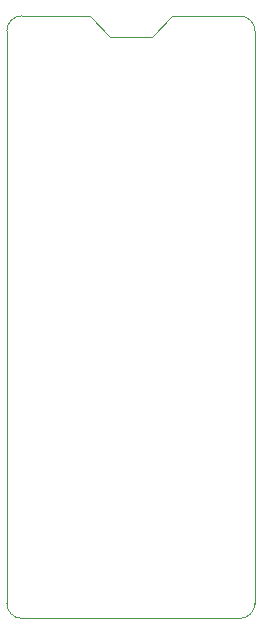
<source format=gbr>
G04 #@! TF.GenerationSoftware,KiCad,Pcbnew,7.0.5*
G04 #@! TF.CreationDate,2023-10-03T09:42:01+03:00*
G04 #@! TF.ProjectId,Pico_mod,5069636f-5f6d-46f6-942e-6b696361645f,rev?*
G04 #@! TF.SameCoordinates,Original*
G04 #@! TF.FileFunction,Profile,NP*
%FSLAX46Y46*%
G04 Gerber Fmt 4.6, Leading zero omitted, Abs format (unit mm)*
G04 Created by KiCad (PCBNEW 7.0.5) date 2023-10-03 09:42:01*
%MOMM*%
%LPD*%
G01*
G04 APERTURE LIST*
G04 #@! TA.AperFunction,Profile*
%ADD10C,0.100000*%
G04 #@! TD*
G04 APERTURE END LIST*
D10*
X19750000Y-51000000D02*
G75*
G03*
X21000000Y-49750000I0J1250000D01*
G01*
X1250000Y0D02*
G75*
G03*
X0Y-1250000I2J-1250002D01*
G01*
X0Y-49750000D02*
X0Y-1250000D01*
X19750000Y-51000000D02*
X1250000Y-51000000D01*
X8750000Y-1750000D02*
X12250000Y-1750000D01*
X7000000Y0D02*
X1250000Y0D01*
X21000000Y-1250000D02*
G75*
G03*
X19750000Y0I-1250000J0D01*
G01*
X21000000Y-1250000D02*
X21000000Y-49750000D01*
X12250000Y-1750000D02*
X14000000Y0D01*
X0Y-49750000D02*
G75*
G03*
X1250000Y-51000000I1250000J0D01*
G01*
X8750000Y-1750000D02*
X7000000Y0D01*
X14000000Y0D02*
X19750000Y0D01*
M02*

</source>
